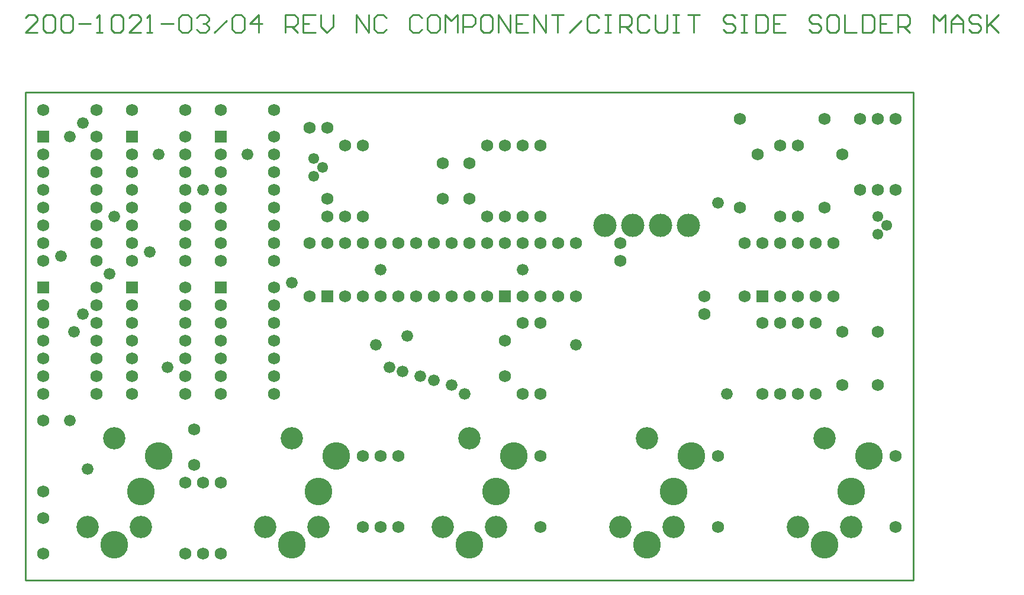
<source format=gbs>
*%FSLAX23Y23*%
*%MOIN*%
G01*
%ADD11C,0.006*%
%ADD12C,0.007*%
%ADD13C,0.008*%
%ADD14C,0.010*%
%ADD15C,0.012*%
%ADD16C,0.020*%
%ADD17C,0.032*%
%ADD18C,0.036*%
%ADD19C,0.050*%
%ADD20C,0.052*%
%ADD21C,0.055*%
%ADD22C,0.056*%
%ADD23C,0.060*%
%ADD24C,0.061*%
%ADD25C,0.062*%
%ADD26C,0.066*%
%ADD27C,0.068*%
%ADD28C,0.070*%
%ADD29C,0.080*%
%ADD30C,0.090*%
%ADD31C,0.095*%
%ADD32C,0.115*%
%ADD33C,0.120*%
%ADD34C,0.125*%
%ADD35C,0.126*%
%ADD36C,0.131*%
%ADD37C,0.150*%
%ADD38C,0.156*%
%ADD39R,0.062X0.062*%
%ADD40R,0.068X0.068*%
D14*
X6906Y9523D02*
X6973D01*
X6906D02*
X6973Y9590D01*
Y9606D01*
X6956Y9623D01*
X6923D01*
X6906Y9606D01*
X7006D02*
X7023Y9623D01*
X7056D01*
X7073Y9606D01*
Y9540D01*
X7056Y9523D01*
X7023D01*
X7006Y9540D01*
Y9606D01*
X7106D02*
X7123Y9623D01*
X7156D01*
X7173Y9606D01*
Y9540D01*
X7156Y9523D01*
X7123D01*
X7106Y9540D01*
Y9606D01*
X7206Y9573D02*
X7273D01*
X7306Y9523D02*
X7339D01*
X7323D01*
Y9623D01*
X7324D01*
X7323D02*
X7306Y9606D01*
X7389D02*
X7406Y9623D01*
X7439D01*
X7456Y9606D01*
Y9540D01*
X7439Y9523D01*
X7406D01*
X7389Y9540D01*
Y9606D01*
X7489Y9523D02*
X7556D01*
X7489D02*
X7556Y9590D01*
Y9606D01*
X7539Y9623D01*
X7506D01*
X7489Y9606D01*
X7589Y9523D02*
X7622D01*
X7606D01*
Y9623D01*
X7607D01*
X7606D02*
X7589Y9606D01*
X7672Y9573D02*
X7739D01*
X7772Y9606D02*
X7789Y9623D01*
X7822D01*
X7839Y9606D01*
Y9540D01*
X7822Y9523D01*
X7789D01*
X7772Y9540D01*
Y9606D01*
X7872D02*
X7889Y9623D01*
X7922D01*
X7939Y9606D01*
Y9590D01*
X7940D01*
X7939D02*
X7940D01*
X7939D02*
X7940D01*
X7939D02*
X7922Y9573D01*
X7906D01*
X7922D01*
X7939Y9556D01*
Y9540D01*
X7922Y9523D01*
X7889D01*
X7872Y9540D01*
X7972Y9523D02*
X8039Y9590D01*
X8072Y9606D02*
X8089Y9623D01*
X8122D01*
X8139Y9606D01*
Y9540D01*
X8122Y9523D01*
X8089D01*
X8072Y9540D01*
Y9606D01*
X8222Y9623D02*
Y9523D01*
X8172Y9573D02*
X8222Y9623D01*
X8239Y9573D02*
X8172D01*
X8372Y9523D02*
Y9623D01*
X8422D01*
X8439Y9606D01*
Y9573D01*
X8422Y9556D01*
X8372D01*
X8406D02*
X8439Y9523D01*
X8472Y9623D02*
X8539D01*
X8472D02*
Y9523D01*
X8539D01*
X8505Y9573D02*
X8472D01*
X8572Y9556D02*
Y9623D01*
Y9556D02*
X8605Y9523D01*
X8639Y9556D01*
Y9623D01*
X8772D02*
Y9523D01*
X8839D02*
X8772Y9623D01*
X8839D02*
Y9523D01*
X8939Y9606D02*
X8922Y9623D01*
X8889D01*
X8872Y9606D01*
Y9540D01*
X8889Y9523D01*
X8922D01*
X8939Y9540D01*
X9122Y9623D02*
X9139Y9606D01*
X9122Y9623D02*
X9089D01*
X9072Y9606D01*
Y9540D01*
X9089Y9523D01*
X9122D01*
X9139Y9540D01*
X9189Y9623D02*
X9222D01*
X9189D02*
X9172Y9606D01*
Y9540D01*
X9189Y9523D01*
X9222D01*
X9239Y9540D01*
Y9606D01*
X9222Y9623D01*
X9272D02*
Y9523D01*
X9305Y9590D02*
X9272Y9623D01*
X9305Y9590D02*
X9339Y9623D01*
Y9523D01*
X9372D02*
Y9623D01*
X9422D01*
X9439Y9606D01*
Y9573D01*
X9422Y9556D01*
X9372D01*
X9488Y9623D02*
X9522D01*
X9488D02*
X9472Y9606D01*
Y9540D01*
X9488Y9523D01*
X9522D01*
X9538Y9540D01*
Y9606D01*
X9522Y9623D01*
X9572D02*
Y9523D01*
X9638D02*
X9572Y9623D01*
X9638D02*
Y9523D01*
X9672Y9623D02*
X9738D01*
X9672D02*
Y9523D01*
X9738D01*
X9705Y9573D02*
X9672D01*
X9772Y9523D02*
Y9623D01*
X9838Y9523D01*
Y9623D01*
X9872D02*
X9938D01*
X9905D01*
Y9523D01*
X9972D02*
X10038Y9590D01*
X10122Y9623D02*
X10138Y9606D01*
X10122Y9623D02*
X10088D01*
X10072Y9606D01*
Y9540D01*
X10088Y9523D01*
X10122D01*
X10138Y9540D01*
X10172Y9623D02*
X10205D01*
X10188D01*
Y9523D01*
X10172D01*
X10205D01*
X10255D02*
Y9623D01*
X10305D01*
X10322Y9606D01*
Y9573D01*
X10305Y9556D01*
X10255D01*
X10288D02*
X10322Y9523D01*
X10422Y9606D02*
X10405Y9623D01*
X10372D01*
X10355Y9606D01*
Y9540D01*
X10372Y9523D01*
X10405D01*
X10422Y9540D01*
X10455D02*
Y9623D01*
Y9540D02*
X10472Y9523D01*
X10505D01*
X10521Y9540D01*
Y9623D01*
X10555D02*
X10588D01*
X10571D01*
Y9523D01*
X10555D01*
X10588D01*
X10638Y9623D02*
X10705D01*
X10671D01*
Y9523D01*
X10888Y9623D02*
X10905Y9606D01*
X10888Y9623D02*
X10855D01*
X10838Y9606D01*
Y9590D01*
X10855Y9573D01*
X10888D01*
X10905Y9556D01*
Y9540D01*
X10888Y9523D01*
X10855D01*
X10838Y9540D01*
X10938Y9623D02*
X10971D01*
X10955D01*
Y9523D01*
X10938D01*
X10971D01*
X11021D02*
Y9623D01*
Y9523D02*
X11071D01*
X11088Y9540D01*
Y9606D01*
X11071Y9623D01*
X11021D01*
X11121D02*
X11188D01*
X11121D02*
Y9523D01*
X11188D01*
X11155Y9573D02*
X11121D01*
X11371Y9623D02*
X11388Y9606D01*
X11371Y9623D02*
X11338D01*
X11321Y9606D01*
Y9590D01*
X11338Y9573D01*
X11371D01*
X11388Y9556D01*
Y9540D01*
X11371Y9523D01*
X11338D01*
X11321Y9540D01*
X11438Y9623D02*
X11471D01*
X11438D02*
X11421Y9606D01*
Y9540D01*
X11438Y9523D01*
X11471D01*
X11488Y9540D01*
Y9606D01*
X11471Y9623D01*
X11521D02*
Y9523D01*
X11588D01*
X11621D02*
Y9623D01*
Y9523D02*
X11671D01*
X11688Y9540D01*
Y9606D01*
X11671Y9623D01*
X11621D01*
X11721D02*
X11788D01*
X11721D02*
Y9523D01*
X11788D01*
X11754Y9573D02*
X11721D01*
X11821Y9523D02*
Y9623D01*
X11871D01*
X11888Y9606D01*
Y9573D01*
X11871Y9556D01*
X11821D01*
X11854D02*
X11888Y9523D01*
X12021D02*
Y9623D01*
X12054Y9590D01*
X12088Y9623D01*
Y9523D01*
X12121D02*
Y9590D01*
X12154Y9623D01*
X12188Y9590D01*
Y9523D01*
Y9573D01*
X12121D01*
X12271Y9623D02*
X12288Y9606D01*
X12271Y9623D02*
X12238D01*
X12221Y9606D01*
Y9590D01*
X12238Y9573D01*
X12271D01*
X12288Y9556D01*
Y9540D01*
X12271Y9523D01*
X12238D01*
X12221Y9540D01*
X12321Y9523D02*
Y9623D01*
Y9556D02*
Y9523D01*
Y9556D02*
X12388Y9623D01*
X12338Y9573D01*
X12388Y9523D01*
X11906Y9188D02*
X6906D01*
Y6438D02*
X11906D01*
X6906D02*
Y9188D01*
X11906D02*
Y6438D01*
D24*
X11706Y8488D02*
D03*
X11756Y8438D02*
D03*
X11706Y8388D02*
D03*
X8531Y8813D02*
D03*
X8581Y8763D02*
D03*
X8531Y8713D02*
D03*
D26*
X10806Y8563D02*
D03*
X10856Y7488D02*
D03*
X10006Y7763D02*
D03*
X9706Y8188D02*
D03*
X9381Y7488D02*
D03*
X9306Y7538D02*
D03*
X9206Y7563D02*
D03*
X9131Y7588D02*
D03*
X9056Y7813D02*
D03*
X9031Y7613D02*
D03*
X8956Y7638D02*
D03*
X8881Y7763D02*
D03*
X8906Y8188D02*
D03*
X8406Y8113D02*
D03*
X8156Y8838D02*
D03*
X7906Y8638D02*
D03*
X7706Y7638D02*
D03*
X7656Y8838D02*
D03*
X7606Y8288D02*
D03*
X7381Y8163D02*
D03*
X7406Y8488D02*
D03*
X7231Y9013D02*
D03*
X7156Y8938D02*
D03*
X7231Y7938D02*
D03*
X7156Y7338D02*
D03*
X7106Y8263D02*
D03*
X7181Y7838D02*
D03*
X7256Y7063D02*
D03*
D27*
X10931Y9038D02*
D03*
Y8538D02*
D03*
X11031Y8838D02*
D03*
X11156Y8888D02*
D03*
Y8488D02*
D03*
X11406Y9038D02*
D03*
Y8538D02*
D03*
X11506Y8838D02*
D03*
X11606Y9038D02*
D03*
Y8638D02*
D03*
X11706Y9038D02*
D03*
Y8638D02*
D03*
X11806Y9038D02*
D03*
Y8638D02*
D03*
X10731Y7938D02*
D03*
Y8038D02*
D03*
X10956Y8338D02*
D03*
Y8038D02*
D03*
X11156D02*
D03*
X11256D02*
D03*
X11356D02*
D03*
Y8338D02*
D03*
X11256D02*
D03*
X11156D02*
D03*
X11056D02*
D03*
Y7488D02*
D03*
Y7888D02*
D03*
X11156D02*
D03*
Y7488D02*
D03*
X11256D02*
D03*
Y7888D02*
D03*
Y8488D02*
D03*
Y8888D02*
D03*
X11356Y7488D02*
D03*
Y7888D02*
D03*
X11506Y7838D02*
D03*
Y7538D02*
D03*
X11456Y8038D02*
D03*
Y8338D02*
D03*
X11706Y7838D02*
D03*
Y7538D02*
D03*
X10806Y7138D02*
D03*
Y6738D02*
D03*
X11806Y7138D02*
D03*
Y6738D02*
D03*
X9806Y8888D02*
D03*
Y8488D02*
D03*
X9706Y8888D02*
D03*
Y8488D02*
D03*
X9606Y8888D02*
D03*
Y8488D02*
D03*
X9506Y8888D02*
D03*
Y8488D02*
D03*
X9406Y8788D02*
D03*
Y8588D02*
D03*
X9256Y8788D02*
D03*
Y8588D02*
D03*
X10256Y8238D02*
D03*
Y8338D02*
D03*
X9806Y7888D02*
D03*
Y7488D02*
D03*
X9706Y7888D02*
D03*
Y7488D02*
D03*
X9606Y7588D02*
D03*
Y7788D02*
D03*
X10006Y8038D02*
D03*
Y8338D02*
D03*
X9706Y8038D02*
D03*
X9806D02*
D03*
X9906D02*
D03*
Y8338D02*
D03*
X9806D02*
D03*
X9706D02*
D03*
X9606D02*
D03*
X9506D02*
D03*
Y8038D02*
D03*
X9406D02*
D03*
Y8338D02*
D03*
X9806Y7138D02*
D03*
Y6738D02*
D03*
X8506Y8988D02*
D03*
X8606D02*
D03*
X7506Y8838D02*
D03*
Y8738D02*
D03*
Y8638D02*
D03*
Y8538D02*
D03*
Y8438D02*
D03*
Y8338D02*
D03*
X7806D02*
D03*
Y8438D02*
D03*
Y8538D02*
D03*
Y8638D02*
D03*
Y8738D02*
D03*
Y8838D02*
D03*
Y8938D02*
D03*
Y9088D02*
D03*
X7506D02*
D03*
X8006Y8838D02*
D03*
Y8738D02*
D03*
Y8638D02*
D03*
Y8538D02*
D03*
Y8438D02*
D03*
Y8338D02*
D03*
X8306D02*
D03*
Y8438D02*
D03*
Y8538D02*
D03*
Y8638D02*
D03*
Y8738D02*
D03*
Y8838D02*
D03*
Y8938D02*
D03*
Y9088D02*
D03*
X8006D02*
D03*
X8806Y8488D02*
D03*
Y8888D02*
D03*
X8706Y8488D02*
D03*
Y8888D02*
D03*
X8606Y8588D02*
D03*
Y8488D02*
D03*
X8706Y8038D02*
D03*
X8806D02*
D03*
X8906D02*
D03*
X9006D02*
D03*
X9106D02*
D03*
X9206D02*
D03*
X9306D02*
D03*
Y8338D02*
D03*
X9206D02*
D03*
X9106D02*
D03*
X9006D02*
D03*
X8906D02*
D03*
X8806D02*
D03*
X8706D02*
D03*
X8606D02*
D03*
X8506D02*
D03*
Y8038D02*
D03*
X7806Y8238D02*
D03*
X7506D02*
D03*
Y7988D02*
D03*
Y7888D02*
D03*
Y7788D02*
D03*
Y7688D02*
D03*
Y7588D02*
D03*
Y7488D02*
D03*
X7806D02*
D03*
Y7588D02*
D03*
Y7688D02*
D03*
Y7788D02*
D03*
Y7888D02*
D03*
Y7988D02*
D03*
Y8088D02*
D03*
X8306Y8238D02*
D03*
X8006D02*
D03*
Y7988D02*
D03*
Y7888D02*
D03*
Y7788D02*
D03*
Y7688D02*
D03*
Y7588D02*
D03*
Y7488D02*
D03*
X8306D02*
D03*
Y7588D02*
D03*
Y7688D02*
D03*
Y7788D02*
D03*
Y7888D02*
D03*
Y7988D02*
D03*
Y8088D02*
D03*
X7856Y7088D02*
D03*
Y7288D02*
D03*
X8806Y7138D02*
D03*
Y6738D02*
D03*
X8906D02*
D03*
Y7138D02*
D03*
X9006Y6738D02*
D03*
Y7138D02*
D03*
X7806Y6988D02*
D03*
Y6588D02*
D03*
X7906D02*
D03*
Y6988D02*
D03*
X8006Y6588D02*
D03*
Y6988D02*
D03*
X7306Y9088D02*
D03*
X7006D02*
D03*
Y8838D02*
D03*
Y8738D02*
D03*
Y8638D02*
D03*
Y8538D02*
D03*
Y8438D02*
D03*
Y8338D02*
D03*
X7306D02*
D03*
Y8438D02*
D03*
Y8538D02*
D03*
Y8638D02*
D03*
Y8738D02*
D03*
Y8838D02*
D03*
Y8938D02*
D03*
Y8238D02*
D03*
X7006D02*
D03*
Y7988D02*
D03*
Y7888D02*
D03*
Y7788D02*
D03*
Y7688D02*
D03*
Y7588D02*
D03*
Y7488D02*
D03*
X7306D02*
D03*
Y7588D02*
D03*
Y7688D02*
D03*
Y7788D02*
D03*
Y7888D02*
D03*
Y7988D02*
D03*
Y8088D02*
D03*
X7006Y7338D02*
D03*
Y6938D02*
D03*
Y6788D02*
D03*
Y6588D02*
D03*
D35*
X11256Y6738D02*
D03*
X11556D02*
D03*
X11406Y7238D02*
D03*
X10256Y6738D02*
D03*
X10556D02*
D03*
X10406Y7238D02*
D03*
X9256Y6738D02*
D03*
X9556D02*
D03*
X9406Y7238D02*
D03*
X8256Y6738D02*
D03*
X8556D02*
D03*
X8406Y7238D02*
D03*
X7256Y6738D02*
D03*
X7556D02*
D03*
X7406Y7238D02*
D03*
D36*
X10328Y8438D02*
D03*
X10640D02*
D03*
X10172D02*
D03*
X10484D02*
D03*
D38*
X11656Y7138D02*
D03*
X11556Y6938D02*
D03*
X11406Y6638D02*
D03*
X10656Y7138D02*
D03*
X10556Y6938D02*
D03*
X10406Y6638D02*
D03*
X9656Y7138D02*
D03*
X9556Y6938D02*
D03*
X9406Y6638D02*
D03*
X8656Y7138D02*
D03*
X8556Y6938D02*
D03*
X8406Y6638D02*
D03*
X7656Y7138D02*
D03*
X7556Y6938D02*
D03*
X7406Y6638D02*
D03*
D40*
X11056Y8038D02*
D03*
X9606D02*
D03*
X7506Y8938D02*
D03*
X8006D02*
D03*
X8606Y8038D02*
D03*
X7506Y8088D02*
D03*
X8006D02*
D03*
X7006Y8938D02*
D03*
Y8088D02*
D03*
M02*

</source>
